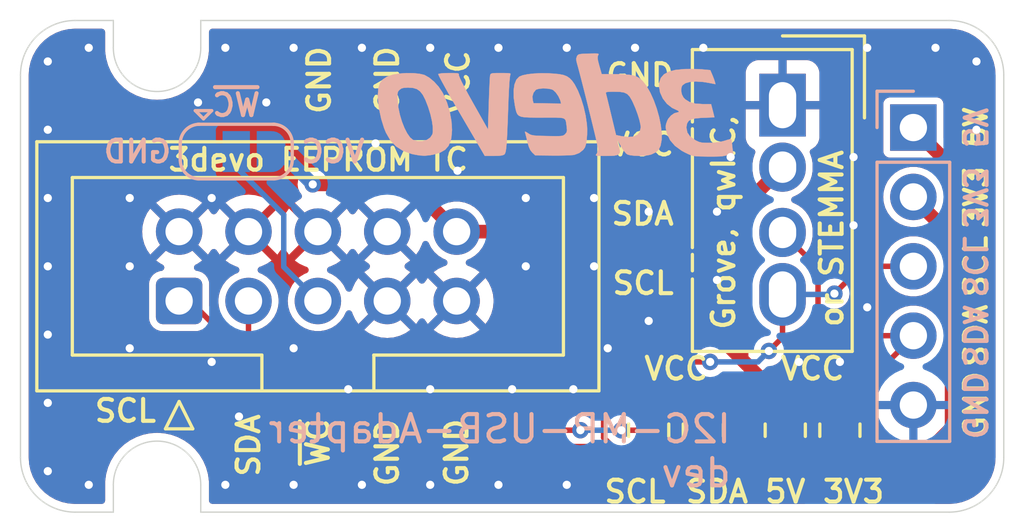
<source format=kicad_pcb>
(kicad_pcb (version 20240108) (generator "pcbnew") (generator_version "8.0")
  (layers (0 "F.Cu" signal) (31 "B.Cu" signal) (34 "B.Paste" user) (35 "F.Paste" user) (36 "B.SilkS" user "B.Silkscreen") (37 "F.SilkS" user "F.Silkscreen") (38 "B.Mask" user) (39 "F.Mask" user) (44 "Edge.Cuts" user))
  (property "BOARD_REVISION" "dev")
  (property "COMPONENTS_DATE" "dev")
  (property "GIT_REVISION_INFO" "")
  (property "SHEETPATH" "N/A")
  (property "VARIANT" "")
  (net 0 "")
  (net 1 "/SCL")
  (net 2 "/SDA")
  (net 3 "/3V3")
  (net 4 "/5V")
  (net 5 "/GND")
  (net 6 "/VCC")
  (net 7 "/~{WC}")
  (footprint "Resistor_SMD:R_0805_2012Metric_Pad1.20x1.40mm_HandSolder" (layer "F.Cu") (at 162 106 90)
    (property "Reference" "R2" (hide yes))
    (property "Value" "10Ω")
    (fp_line (start -0.227064 -0.735) (end 0.227064 -0.735) (stroke (width 0.12)) (layer "F.SilkS"))
    (fp_line (start -0.227064 0.735) (end 0.227064 0.735) (stroke (width 0.12)) (layer "F.SilkS"))
    (pad "1" smd roundrect (at -1 0 90) (size 1.2 1.4) (layers "F.Cu" "F.Paste" "F.Mask") (roundrect_rratio 0.208333) (net 3 "/3V3"))
    (pad "2" smd roundrect (at 1 0 90) (size 1.2 1.4) (layers "F.Cu" "F.Paste" "F.Mask") (roundrect_rratio 0.208333) (net 6 "/VCC"))
  )
  (footprint "Resistor_SMD:R_0805_2012Metric_Pad1.20x1.40mm_HandSolder" (layer "F.Cu") (at 155 106 90)
    (property "Reference" "R3" (hide yes))
    (property "Value" "2k2")
    (fp_line (start -0.227064 -0.735) (end 0.227064 -0.735) (stroke (width 0.12)) (layer "F.SilkS"))
    (fp_line (start -0.227064 0.735) (end 0.227064 0.735) (stroke (width 0.12)) (layer "F.SilkS"))
    (pad "1" smd roundrect (at -1 0 90) (size 1.2 1.4) (layers "F.Cu" "F.Paste" "F.Mask") (roundrect_rratio 0.208333) (net 1 "/SCL"))
    (pad "2" smd roundrect (at 1 0 90) (size 1.2 1.4) (layers "F.Cu" "F.Paste" "F.Mask") (roundrect_rratio 0.208333) (net 6 "/VCC"))
  )
  (footprint "Resistor_SMD:R_0805_2012Metric_Pad1.20x1.40mm_HandSolder" (layer "F.Cu") (at 157 106 90)
    (property "Reference" "R4" (hide yes))
    (property "Value" "2k2")
    (fp_line (start -0.227064 -0.735) (end 0.227064 -0.735) (stroke (width 0.12)) (layer "F.SilkS"))
    (fp_line (start -0.227064 0.735) (end 0.227064 0.735) (stroke (width 0.12)) (layer "F.SilkS"))
    (pad "1" smd roundrect (at -1 0 90) (size 1.2 1.4) (layers "F.Cu" "F.Paste" "F.Mask") (roundrect_rratio 0.208333) (net 2 "/SDA"))
    (pad "2" smd roundrect (at 1 0 90) (size 1.2 1.4) (layers "F.Cu" "F.Paste" "F.Mask") (roundrect_rratio 0.208333) (net 6 "/VCC"))
  )
  (footprint "Footprints:NS-Tech_Grove_1x04_P2mm_P2.54mm_Vertical" (layer "F.Cu") (at 159.9 93.8)
    (property "Reference" "J3" (hide yes))
    (property "Value" "Grove")
    (fp_line (start -3.3 -1.735) (end -3.3 0.915) (stroke (width 0.12)) (layer "F.SilkS"))
    (fp_line (start -3.3 -1.735) (end 2.55 -1.735) (stroke (width 0.12)) (layer "F.SilkS"))
    (fp_line (start -3.3 1.165) (end -3.3 1.765) (stroke (width 0.12)) (layer "F.SilkS"))
    (fp_line (start -3.3 2.015) (end -3.3 5.515) (stroke (width 0.12)) (layer "F.SilkS"))
    (fp_line (start -3.3 5.765) (end -3.3 6.365) (stroke (width 0.12)) (layer "F.SilkS"))
    (fp_line (start -3.3 6.665) (end -3.3 9.315) (stroke (width 0.12)) (layer "F.SilkS"))
    (fp_line (start -3.3 9.315) (end 2.55 9.315) (stroke (width 0.12)) (layer "F.SilkS"))
    (fp_line (start 0 -2.235) (end 3 -2.235) (stroke (width 0.12)) (layer "F.SilkS"))
    (fp_line (start 2.55 -1.735) (end 2.55 9.315) (stroke (width 0.12)) (layer "F.SilkS"))
    (fp_line (start 3 -2.235) (end 3 0.765) (stroke (width 0.12)) (layer "F.SilkS"))
    (pad "1" thru_hole rect (at 0 0.3) (size 1.7 2.3) (drill oval 1 1.69) (layers "*.Cu" "*.Mask") (net 5 "/GND"))
    (pad "2" thru_hole oval (at 0 2.57) (size 1.7 1.8) (drill oval 1 1.15) (layers "*.Cu" "*.Mask") (net 6 "/VCC"))
    (pad "3" thru_hole oval (at 0 4.96) (size 1.7 1.8) (drill oval 1 1.15) (layers "*.Cu" "*.Mask") (net 2 "/SDA"))
    (pad "4" thru_hole oval (at 0 7.23) (size 1.7 2.3) (drill oval 1 1.69) (layers "*.Cu" "*.Mask") (net 1 "/SCL"))
  )
  (footprint "Connector_IDC:IDC-Header_2x05_P2.54mm_Vertical" (layer "F.Cu") (at 137.808 101.27 90)
    (property "Reference" "J2" (hide yes))
    (property "Value" "3devo TC")
    (fp_line (start 5.83 -5.21) (end 5.83 15.37) (stroke (width 0.12)) (layer "F.SilkS"))
    (fp_line (start -3.29 -5.21) (end 5.83 -5.21) (stroke (width 0.12)) (layer "F.SilkS"))
    (fp_line (start 4.52 -3.91) (end 4.52 14.07) (stroke (width 0.12)) (layer "F.SilkS"))
    (fp_line (start -1.98 -3.91) (end 4.52 -3.91) (stroke (width 0.12)) (layer "F.SilkS"))
    (fp_line (start -4.68 -0.5) (end -4.68 0.5) (stroke (width 0.12)) (layer "F.SilkS"))
    (fp_line (start -3.68 0) (end -4.68 -0.5) (stroke (width 0.12)) (layer "F.SilkS"))
    (fp_line (start -4.68 0.5) (end -3.68 0) (stroke (width 0.12)) (layer "F.SilkS"))
    (fp_line (start -1.98 3.03) (end -1.98 -3.91) (stroke (width 0.12)) (layer "F.SilkS"))
    (fp_line (start -3.29 3.03) (end -1.98 3.03) (stroke (width 0.12)) (layer "F.SilkS"))
    (fp_line (start -1.98 7.13) (end -1.98 7.13) (stroke (width 0.12)) (layer "F.SilkS"))
    (fp_line (start -1.98 7.13) (end -3.29 7.13) (stroke (width 0.12)) (layer "F.SilkS"))
    (fp_line (start 4.52 14.07) (end -1.98 14.07) (stroke (width 0.12)) (layer "F.SilkS"))
    (fp_line (start -1.98 14.07) (end -1.98 7.13) (stroke (width 0.12)) (layer "F.SilkS"))
    (fp_line (start 5.83 15.37) (end -3.29 15.37) (stroke (width 0.12)) (layer "F.SilkS"))
    (fp_line (start -3.29 15.37) (end -3.29 -5.21) (stroke (width 0.12)) (layer "F.SilkS"))
    (pad "1" thru_hole roundrect (at 0 0 90) (size 1.7 1.7) (drill 1) (layers "*.Cu" "*.Mask") (roundrect_rratio 0.147059) (net 1 "/SCL"))
    (pad "2" thru_hole circle (at 2.54 0 90) (size 1.7 1.7) (drill 1) (layers "*.Cu" "*.Mask") (net 5 "/GND"))
    (pad "3" thru_hole circle (at 0 2.54 90) (size 1.7 1.7) (drill 1) (layers "*.Cu" "*.Mask") (net 2 "/SDA"))
    (pad "4" thru_hole circle (at 2.54 2.54 90) (size 1.7 1.7) (drill 1) (layers "*.Cu" "*.Mask") (net 5 "/GND"))
    (pad "5" thru_hole circle (at 0 5.08 90) (size 1.7 1.7) (drill 1) (layers "*.Cu" "*.Mask") (net 7 "/~{WC}"))
    (pad "6" thru_hole circle (at 2.54 5.08 90) (size 1.7 1.7) (drill 1) (layers "*.Cu" "*.Mask") (net 5 "/GND"))
    (pad "7" thru_hole circle (at 0 7.62 90) (size 1.7 1.7) (drill 1) (layers "*.Cu" "*.Mask") (net 5 "/GND"))
    (pad "8" thru_hole circle (at 2.54 7.62 90) (size 1.7 1.7) (drill 1) (layers "*.Cu" "*.Mask") (net 5 "/GND"))
    (pad "9" thru_hole circle (at 0 10.16 90) (size 1.7 1.7) (drill 1) (layers "*.Cu" "*.Mask") (net 5 "/GND"))
    (pad "10" thru_hole circle (at 2.54 10.16 90) (size 1.7 1.7) (drill 1) (layers "*.Cu" "*.Mask") (net 6 "/VCC"))
  )
  (footprint "Resistor_SMD:R_0805_2012Metric_Pad1.20x1.40mm_HandSolder" (layer "F.Cu") (at 160 106 90)
    (property "Reference" "R1" (hide yes))
    (property "Value" "10Ω")
    (fp_line (start -0.227064 -0.735) (end 0.227064 -0.735) (stroke (width 0.12)) (layer "F.SilkS"))
    (fp_line (start -0.227064 0.735) (end 0.227064 0.735) (stroke (width 0.12)) (layer "F.SilkS"))
    (pad "1" smd roundrect (at -1 0 90) (size 1.2 1.4) (layers "F.Cu" "F.Paste" "F.Mask") (roundrect_rratio 0.208333) (net 4 "/5V"))
    (pad "2" smd roundrect (at 1 0 90) (size 1.2 1.4) (layers "F.Cu" "F.Paste" "F.Mask") (roundrect_rratio 0.208333) (net 6 "/VCC"))
  )
  (footprint "Jumper:SolderJumper-3_P1.3mm_Bridged12_RoundedPad1.0x1.5mm" (layer "B.Cu") (at 139.9 95.8)
    (property "Reference" "JP4" (hide yes))
    (property "Value" "SolderJumper_3_Bridged12" (hide yes))
    (fp_poly (pts (xy -0.9 0.3) (xy -0.4 0.3) (xy -0.4 -0.3) (xy -0.9 -0.3)) (fill solid) (layer "B.Cu"))
    (fp_line (start -2.05 0.3) (end -2.05 -0.3) (stroke (width 0.12)) (layer "B.SilkS"))
    (fp_line (start -1.5 -1.5) (end -1.2 -1.2) (stroke (width 0.12)) (layer "B.SilkS"))
    (fp_line (start -1.4 -1) (end 1.4 -1) (stroke (width 0.12)) (layer "B.SilkS"))
    (fp_line (start -0.9 -1.5) (end -1.5 -1.5) (stroke (width 0.12)) (layer "B.SilkS"))
    (fp_line (start -0.9 -1.5) (end -1.2 -1.2) (stroke (width 0.12)) (layer "B.SilkS"))
    (fp_line (start 1.4 1) (end -1.4 1) (stroke (width 0.12)) (layer "B.SilkS"))
    (fp_line (start 2.05 -0.3) (end 2.05 0.3) (stroke (width 0.12)) (layer "B.SilkS"))
    (fp_arc (start -2.05 -0.3) (mid -1.844975 -0.794975) (end -1.35 -1) (stroke (width 0.12)) (layer "B.SilkS"))
    (fp_arc (start -1.35 1) (mid -1.844975 0.794975) (end -2.05 0.3) (stroke (width 0.12)) (layer "B.SilkS"))
    (fp_arc (start 1.35 -1) (mid 1.844975 -0.794975) (end 2.05 -0.3) (stroke (width 0.12)) (layer "B.SilkS"))
    (fp_arc (start 2.05 0.3) (mid 1.844975 0.794975) (end 1.35 1) (stroke (width 0.12)) (layer "B.SilkS"))
    (pad "1" smd custom (at -1.3 0) (size 1 0.5) (layers "B.Cu" "B.Mask") (net 5 "/GND") (options (clearance outline) (anchor rect)) (primitives (gr_circle (center 0 -0.25) (end 0.5 -0.25) (width 0) (fill yes)) (gr_circle (center 0 0.25) (end 0.5 0.25) (width 0) (fill yes)) (gr_poly (pts (xy 0.55 -0.75) (xy 0 -0.75) (xy 0 0.75) (xy 0.55 0.75)) (width 0) (fill yes))))
    (pad "2" smd rect (at 0 0) (size 1 1.5) (layers "B.Cu" "B.Mask") (net 7 "/~{WC}"))
    (pad "3" smd custom (at 1.3 0) (size 1 0.5) (layers "B.Cu" "B.Mask") (net 6 "/VCC") (options (clearance outline) (anchor rect)) (primitives (gr_circle (center 0 -0.25) (end 0.5 -0.25) (width 0) (fill yes)) (gr_circle (center 0 0.25) (end 0.5 0.25) (width 0) (fill yes)) (gr_poly (pts (xy 0 -0.75) (xy -0.55 -0.75) (xy -0.55 0.75) (xy 0 0.75)) (width 0) (fill yes))))
  )
  (footprint "Connector_PinSocket_2.54mm:PinSocket_1x05_P2.54mm_Vertical" (layer "B.Cu") (at 164.69 94.92 180)
    (property "Reference" "J1" (hide yes))
    (property "Value" "i2c-mp-usb")
    (fp_line (start 1.33 1.33) (end 0 1.33) (stroke (width 0.12)) (layer "B.SilkS"))
    (fp_line (start 1.33 0) (end 1.33 1.33) (stroke (width 0.12)) (layer "B.SilkS"))
    (fp_line (start 1.33 -1.27) (end -1.33 -1.27) (stroke (width 0.12)) (layer "B.SilkS"))
    (fp_line (start 1.33 -11.49) (end 1.33 -1.27) (stroke (width 0.12)) (layer "B.SilkS"))
    (fp_line (start 1.33 -11.49) (end -1.33 -11.49) (stroke (width 0.12)) (layer "B.SilkS"))
    (fp_line (start -1.33 -11.49) (end -1.33 -1.27) (stroke (width 0.12)) (layer "B.SilkS"))
    (pad "1" thru_hole rect (at 0 0 180) (size 1.7 1.7) (drill 1) (layers "*.Cu" "*.Mask") (net 4 "/5V"))
    (pad "2" thru_hole oval (at 0 -2.54 180) (size 1.7 1.7) (drill 1) (layers "*.Cu" "*.Mask") (net 3 "/3V3"))
    (pad "3" thru_hole oval (at 0 -5.08 180) (size 1.7 1.7) (drill 1) (layers "*.Cu" "*.Mask") (net 1 "/SCL"))
    (pad "4" thru_hole oval (at 0 -7.62 180) (size 1.7 1.7) (drill 1) (layers "*.Cu" "*.Mask") (net 2 "/SDA"))
    (pad "5" thru_hole oval (at 0 -10.16 180) (size 1.7 1.7) (drill 1) (layers "*.Cu" "*.Mask") (net 5 "/GND"))
  )
  (footprint "Footprints:logo_3devo_13mm" (layer "B.Cu") (at 151.6 94.1 180)
    (property "Reference" "G***" (hide yes))
    (property "Value" "LOGO" (hide yes))
    (fp_poly (pts (xy 4.077455 1.171395) (xy 4.210063 1.160888) (xy 4.289035 1.145167) (xy 4.303612 1.136057) (xy 4.29005 1.096261) (xy 4.241596 0.997936) (xy 4.161973 0.847804) (xy 4.054902 0.652588) (xy 3.924104 0.419011) (xy 3.7733 0.153796) (xy 3.606213 -0.136334) (xy 3.464196 -0.380361) (xy 2.600574 -1.857612) (xy 2.269712 -1.857612) (xy 2.086335 -1.853188) (xy 1.965929 -1.838714) (xy 1.896093 -1.812387) (xy 1.882564 -1.801328) (xy 1.862312 -1.773204) (xy 1.844816 -1.727975) (xy 1.829542 -1.658929) (xy 1.815956 -1.559355) (xy 1.803521 -1.422542) (xy 1.791704 -1.241777) (xy 1.779969 -1.01035) (xy 1.767782 -0.721548) (xy 1.754609 -0.36866) (xy 1.743838 -0.060171) (xy 1.730307 0.294932) (xy 1.716099 0.592234) (xy 1.70148 0.827849) (xy 1.686715 0.99789) (xy 1.67207 1.098471) (xy 1.662937 1.124531) (xy 1.655654 1.147782) (xy 1.68711 1.162871) (xy 1.767896 1.171374) (xy 1.908609 1.174865) (xy 2.00389 1.175224) (xy 2.177555 1.17431) (xy 2.289847 1.169526) (xy 2.355212 1.157803) (xy 2.388093 1.136075) (xy 2.402934 1.101273) (xy 2.405572 1.089925) (xy 2.41187 1.029454) (xy 2.419703 0.904593) (xy 2.42854 0.726745) (xy 2.43785 0.507313) (xy 2.4471 0.2577) (xy 2.453682 0.057446) (xy 2.483134 -0.889734) (xy 3.026189 0.073006) (xy 3.192218 0.370881) (xy 3.32955 0.624662) (xy 3.435918 0.829884) (xy 3.509051 0.982083) (xy 3.54668 1.076794) (xy 3.551007 1.105485) (xy 3.548483 1.137406) (xy 3.569743 1.157785) (xy 3.627797 1.169178) (xy 3.735655 1.174139) (xy 3.906088 1.175224) (xy 4.077455 1.171395)) (stroke (width 0.01)) (fill solid) (layer "B.SilkS"))
    (fp_poly (pts (xy 5.722109 1.156388) (xy 5.942333 1.120927) (xy 5.973847 1.113431) (xy 6.180744 1.042258) (xy 6.33342 0.941468) (xy 6.436788 0.802577) (xy 6.495757 0.617103) (xy 6.51524 0.376563) (xy 6.509188 0.188758) (xy 6.468478 -0.150176) (xy 6.392479 -0.502472) (xy 6.289428 -0.834136) (xy 6.219852 -1.005104) (xy 6.058134 -1.28515) (xy 5.852076 -1.505719) (xy 5.597417 -1.670154) (xy 5.289899 -1.781795) (xy 5.204361 -1.801827) (xy 4.985372 -1.840316) (xy 4.800959 -1.850734) (xy 4.615352 -1.833295) (xy 4.472718 -1.806177) (xy 4.231193 -1.734277) (xy 4.052982 -1.631778) (xy 3.928777 -1.489882) (xy 3.849275 -1.299795) (xy 3.825231 -1.194179) (xy 3.806538 -0.972444) (xy 4.501304 -0.972444) (xy 4.51908 -1.067391) (xy 4.598362 -1.18823) (xy 4.72826 -1.274711) (xy 4.889259 -1.321296) (xy 5.061842 -1.322445) (xy 5.226494 -1.272616) (xy 5.23205 -1.269789) (xy 5.33688 -1.181354) (xy 5.442666 -1.031401) (xy 5.543842 -0.833951) (xy 5.634839 -0.603028) (xy 5.710089 -0.352651) (xy 5.764026 -0.096844) (xy 5.790324 0.136167) (xy 5.798395 0.301081) (xy 5.797866 0.408593) (xy 5.78583 0.476906) (xy 5.759378 0.524224) (xy 5.722181 0.562659) (xy 5.651476 0.611898) (xy 5.558734 0.636928) (xy 5.418441 0.644311) (xy 5.404568 0.644336) (xy 5.23007 0.632126) (xy 5.088843 0.589867) (xy 4.971964 0.508754) (xy 4.870505 0.379982) (xy 4.775543 0.194746) (xy 4.678151 -0.055758) (xy 4.669217 -0.081076) (xy 4.590233 -0.336407) (xy 4.534369 -0.58026) (xy 4.503951 -0.797363) (xy 4.501304 -0.972444) (xy 3.806538 -0.972444) (xy 3.8011 -0.907939) (xy 3.82216 -0.584851) (xy 3.884298 -0.24567) (xy 3.9834 0.08885) (xy 4.115353 0.397955) (xy 4.155809 0.47388) (xy 4.290993 0.674637) (xy 4.456369 0.857572) (xy 4.634046 1.005792) (xy 4.806134 1.102399) (xy 4.83118 1.111675) (xy 5.005736 1.15076) (xy 5.22897 1.171266) (xy 5.476041 1.173155) (xy 5.722109 1.156388)) (stroke (width 0.01)) (fill solid) (layer "B.SilkS"))
    (fp_poly (pts (xy -4.763065 1.321966) (xy -4.683237 1.319158) (xy -4.375739 1.288373) (xy -4.1349 1.225179) (xy -3.957986 1.12772) (xy -3.842264 0.994138) (xy -3.784998 0.822579) (xy -3.777503 0.704183) (xy -3.81614 0.467678) (xy -3.917245 0.243541) (xy -4.068892 0.048711) (xy -4.259152 -0.099872) (xy -4.385508 -0.159282) (xy -4.475408 -0.201918) (xy -4.509985 -0.239641) (xy -4.483266 -0.262543) (xy -4.449475 -0.265373) (xy -4.336695 -0.297203) (xy -4.219053 -0.379628) (xy -4.120356 -0.49305) (xy -4.079198 -0.570152) (xy -4.036919 -0.69028) (xy -4.022365 -0.78994) (xy -4.035281 -0.899617) (xy -4.075197 -1.049075) (xy -4.183263 -1.280974) (xy -4.36088 -1.487747) (xy -4.605028 -1.666231) (xy -4.727331 -1.732317) (xy -4.849073 -1.791143) (xy -4.946299 -1.831165) (xy -5.039046 -1.856283) (xy -5.14735 -1.870395) (xy -5.291248 -1.877401) (xy -5.490775 -1.881199) (xy -5.492541 -1.881225) (xy -5.686436 -1.882602) (xy -5.862396 -1.881099) (xy -6.001244 -1.877056) (xy -6.083805 -1.870815) (xy -6.084627 -1.87069) (xy -6.200556 -1.848587) (xy -6.331161 -1.818324) (xy -6.343303 -1.815195) (xy -6.488247 -1.777371) (xy -6.461846 -1.523686) (xy -6.446656 -1.392039) (xy -6.432391 -1.292455) (xy -6.422312 -1.247061) (xy -6.382772 -1.24656) (xy -6.292999 -1.268218) (xy -6.190038 -1.30135) (xy -5.995468 -1.352446) (xy -5.765936 -1.377375) (xy -5.629701 -1.381156) (xy -5.457773 -1.379955) (xy -5.336527 -1.369961) (xy -5.240921 -1.346244) (xy -5.145915 -1.303874) (xy -5.093333 -1.275551) (xy -4.91894 -1.150066) (xy -4.815808 -1.004377) (xy -4.780973 -0.833759) (xy -4.78305 -0.780931) (xy -4.806434 -0.664507) (xy -4.860475 -0.579969) (xy -4.955349 -0.522096) (xy -5.10123 -0.485668) (xy -5.308293 -0.465464) (xy -5.406817 -0.460892) (xy -5.806304 -0.446104) (xy -5.782246 -0.346261) (xy -5.755927 -0.240388) (xy -5.723966 -0.115914) (xy -5.720916 -0.104254) (xy -5.683645 0.03791) (xy -5.372345 0.038743) (xy -5.103814 0.057826) (xy -4.894326 0.115307) (xy -4.736 0.213943) (xy -4.669483 0.284678) (xy -4.610329 0.402725) (xy -4.587661 0.541105) (xy -4.603977 0.668185) (xy -4.634552 0.727161) (xy -4.741648 0.804592) (xy -4.908754 0.851661) (xy -5.125996 0.867414) (xy -5.3835 0.850894) (xy -5.585062 0.819106) (xy -5.843705 0.769059) (xy -5.822162 0.854892) (xy -5.794267 0.941427) (xy -5.749004 1.059689) (xy -5.727486 1.111339) (xy -5.654353 1.281952) (xy -5.363447 1.309212) (xy -5.190682 1.319613) (xy -4.978489 1.324041) (xy -4.763065 1.321966)) (stroke (width 0.01)) (fill solid) (layer "B.SilkS"))
    (fp_poly (pts (xy 0.798814 1.157858) (xy 1.031618 1.132277) (xy 1.216271 1.093552) (xy 1.339502 1.043158) (xy 1.342413 1.041284) (xy 1.445083 0.930374) (xy 1.513241 0.76008) (xy 1.545557 0.539194) (xy 1.540698 0.276508) (xy 1.500535 -0.003268) (xy 1.472719 -0.142926) (xy 1.445141 -0.250386) (xy 1.408225 -0.32986) (xy 1.352393 -0.385561) (xy 1.268069 -0.421702) (xy 1.145674 -0.442496) (xy 0.975632 -0.452157) (xy 0.748365 -0.454896) (xy 0.473791 -0.454926) (xy 0.203519 -0.454109) (xy -0.000727 -0.454238) (xy -0.148687 -0.459185) (xy -0.250098 -0.47282) (xy -0.314701 -0.499014) (xy -0.352233 -0.541638) (xy -0.372435 -0.604562) (xy -0.385044 -0.691657) (xy -0.399082 -0.801854) (xy -0.409592 -0.919132) (xy -0.393698 -0.994198) (xy -0.344585 -1.058091) (xy -0.342307 -1.06038) (xy -0.306887 -1.091829) (xy -0.265438 -1.113666) (xy -0.205037 -1.127266) (xy -0.112756 -1.134008) (xy 0.02433 -1.13527) (xy 0.219147 -1.132428) (xy 0.315392 -1.130466) (xy 0.538276 -1.125054) (xy 0.699355 -1.118302) (xy 0.812637 -1.108128) (xy 0.892135 -1.092448) (xy 0.951859 -1.069178) (xy 1.005819 -1.036236) (xy 1.021049 -1.025534) (xy 1.100428 -0.976444) (xy 1.132426 -0.974583) (xy 1.130463 -0.987624) (xy 1.112291 -1.049157) (xy 1.082948 -1.162377) (xy 1.048153 -1.305055) (xy 1.040904 -1.33576) (xy 0.991085 -1.515801) (xy 0.936361 -1.640182) (xy 0.867758 -1.728954) (xy 0.862761 -1.73382) (xy 0.753439 -1.838657) (xy 0.120824 -1.845187) (xy -0.104645 -1.845368) (xy -0.316303 -1.841625) (xy -0.496958 -1.834549) (xy -0.629415 -1.824731) (xy -0.678935 -1.817703) (xy -0.856839 -1.750263) (xy -1.002069 -1.63531) (xy -1.064703 -1.547848) (xy -1.101172 -1.438499) (xy -1.128225 -1.275327) (xy -1.144044 -1.079951) (xy -1.14681 -0.873987) (xy -1.136448 -0.695593) (xy -1.089911 -0.379451) (xy -1.016308 -0.059156) (xy -0.980494 0.056865) (xy -0.193026 0.056865) (xy 0.311024 0.063865) (xy 0.815075 0.070865) (xy 0.84863 0.185812) (xy 0.857462 0.321006) (xy 0.817518 0.454068) (xy 0.739605 0.554636) (xy 0.710508 0.573896) (xy 0.608235 0.602869) (xy 0.464618 0.613843) (xy 0.309904 0.607731) (xy 0.174339 0.585446) (xy 0.098196 0.555428) (xy -0.000741 0.461941) (xy -0.094039 0.327216) (xy -0.159932 0.184101) (xy -0.169379 0.151641) (xy -0.193026 0.056865) (xy -0.980494 0.056865) (xy -0.921373 0.248388) (xy -0.81084 0.526274) (xy -0.690443 0.757594) (xy -0.599568 0.887401) (xy -0.508294 0.983693) (xy -0.407644 1.053876) (xy -0.283023 1.102742) (xy -0.119837 1.135082) (xy 0.096506 1.155688) (xy 0.241844 1.163683) (xy 0.531132 1.168819) (xy 0.798814 1.157858)) (stroke (width 0.01)) (fill solid) (layer "B.SilkS"))
    (fp_poly (pts (xy -1.277525 1.889324) (xy -1.205844 1.887383) (xy -1.029766 1.881394) (xy -0.914176 1.87281) (xy -0.843744 1.858059) (xy -0.803143 1.833568) (xy -0.777046 1.795766) (xy -0.77223 1.786318) (xy -0.748075 1.706577) (xy -0.755906 1.607837) (xy -0.77796 1.520945) (xy -0.81667 1.381809) (xy -0.867339 1.19172) (xy -0.927619 0.960157) (xy -0.995166 0.6966) (xy -1.067633 0.410527) (xy -1.142675 0.111417) (xy -1.217946 -0.19125) (xy -1.291099 -0.487995) (xy -1.359789 -0.76934) (xy -1.42167 -1.025805) (xy -1.474396 -1.247911) (xy -1.515621 -1.42618) (xy -1.542999 -1.551131) (xy -1.554185 -1.613287) (xy -1.554328 -1.616141) (xy -1.53138 -1.720836) (xy -1.491587 -1.788284) (xy -1.467538 -1.81898) (xy -1.469518 -1.838955) (xy -1.508745 -1.850506) (xy -1.596439 -1.855932) (xy -1.743817 -1.85753) (xy -1.830073 -1.857612) (xy -2.023242 -1.855033) (xy -2.154523 -1.846106) (xy -2.237713 -1.829048) (xy -2.286608 -1.802075) (xy -2.290874 -1.798039) (xy -2.329687 -1.755404) (xy -2.345538 -1.7136) (xy -2.338724 -1.650598) (xy -2.309546 -1.544367) (xy -2.294972 -1.495779) (xy -2.265873 -1.388306) (xy -2.252162 -1.315167) (xy -2.253415 -1.297531) (xy -2.276527 -1.321143) (xy -2.324244 -1.396368) (xy -2.386569 -1.507351) (xy -2.391286 -1.516173) (xy -2.480759 -1.660845) (xy -2.570369 -1.765833) (xy -2.620513 -1.803173) (xy -2.724444 -1.833295) (xy -2.879061 -1.850685) (xy -3.060307 -1.855355) (xy -3.244126 -1.84732) (xy -3.406462 -1.826592) (xy -3.499748 -1.802687) (xy -3.664926 -1.722706) (xy -3.772793 -1.614036) (xy -3.833108 -1.484879) (xy -3.872818 -1.275683) (xy -3.874513 -1.021604) (xy -3.85084 -0.810633) (xy -3.108657 -0.810633) (xy -3.078698 -0.970957) (xy -2.990441 -1.084782) (xy -2.846309 -1.15101) (xy -2.648729 -1.168542) (xy -2.400126 -1.136281) (xy -2.392752 -1.134715) (xy -2.203862 -1.094205) (xy -2.029239 -0.367028) (xy -1.974307 -0.139112) (xy -1.924388 0.066435) (xy -1.882552 0.237104) (xy -1.851865 0.360387) (xy -1.835397 0.423773) (xy -1.834603 0.426492) (xy -1.832122 0.458581) (xy -1.85736 0.478321) (xy -1.923835 0.488636) (xy -2.045064 0.492449) (xy -2.141268 0.492835) (xy -2.350807 0.486837) (xy -2.50245 0.462184) (xy -2.613623 0.408887) (xy -2.701754 0.316958) (xy -2.78427 0.176409) (xy -2.819799 0.103938) (xy -2.914052 -0.111674) (xy -2.996042 -0.332486) (xy -3.059689 -0.539252) (xy -3.098916 -0.712728) (xy -3.108657 -0.810633) (xy -3.85084 -0.810633) (xy -3.842482 -0.736154) (xy -3.781018 -0.432847) (xy -3.69441 -0.125193) (xy -3.586949 0.173294) (xy -3.462926 0.449101) (xy -3.326631 0.688718) (xy -3.182356 0.87863) (xy -3.044366 0.999065) (xy -2.949111 1.048716) (xy -2.83123 1.085456) (xy -2.679024 1.110916) (xy -2.480794 1.126725) (xy -2.224839 1.134514) (xy -2.061909 1.135947) (xy -1.678595 1.137313) (xy -1.591033 1.444833) (xy -1.548215 1.60592) (xy -1.528944 1.712725) (xy -1.531328 1.782388) (xy -1.549012 1.825276) (xy -1.565795 1.857894) (xy -1.558994 1.878444) (xy -1.516653 1.88909) (xy -1.426816 1.891995) (xy -1.277525 1.889324)) (stroke (width 0.01)) (fill solid) (layer "B.SilkS"))
  )
  (gr_line (start 138.6 109) (end 138.6 108) (stroke (width 0.05)) (layer "Edge.Cuts"))
  (gr_line (start 138.6 91) (end 138.6 92) (stroke (width 0.05)) (layer "Edge.Cuts"))
  (gr_arc (start 135.4 108) (mid 137 106.4) (end 138.6 108) (stroke (width 0.05)) (layer "Edge.Cuts"))
  (gr_arc (start 134 109) (mid 132.585786 108.414214) (end 132 107) (stroke (width 0.05)) (layer "Edge.Cuts"))
  (gr_arc (start 168 107) (mid 167.414214 108.414214) (end 166 109) (stroke (width 0.05)) (layer "Edge.Cuts"))
  (gr_line (start 135.4 109) (end 134 109) (stroke (width 0.05)) (layer "Edge.Cuts"))
  (gr_line (start 135.4 109) (end 135.4 108) (stroke (width 0.05)) (layer "Edge.Cuts"))
  (gr_line (start 135.4 91) (end 135.4 92) (stroke (width 0.05)) (layer "Edge.Cuts"))
  (gr_line (start 166 109) (end 138.6 109) (stroke (width 0.05)) (layer "Edge.Cuts"))
  (gr_line (start 168 93) (end 168 107) (stroke (width 0.05)) (layer "Edge.Cuts"))
  (gr_line (start 166 91) (end 138.6 91) (stroke (width 0.05)) (layer "Edge.Cuts"))
  (gr_arc (start 166 91) (mid 167.414214 91.585786) (end 168 93) (stroke (width 0.05)) (layer "Edge.Cuts"))
  (gr_line (start 135.4 91) (end 134 91) (stroke (width 0.05)) (layer "Edge.Cuts"))
  (gr_arc (start 138.6 92) (mid 137 93.6) (end 135.4 92) (stroke (width 0.05)) (layer "Edge.Cuts"))
  (gr_line (start 132 107) (end 132 93) (stroke (width 0.05)) (layer "Edge.Cuts"))
  (gr_arc (start 132 93) (mid 132.585786 91.585786) (end 134 91) (stroke (width 0.05)) (layer "Edge.Cuts"))
  (gr_text "SCL" (at 167.4 100.02 -90) (layer "B.SilkS") (effects (font (size 0.8 0.8)) (justify top mirror)))
  (gr_text "GND" (at 167.4 105.1 -90) (layer "B.SilkS") (effects (font (size 0.8 0.8)) (justify top mirror)))
  (gr_text "I2C-MP-USB-Adapter\n${BOARD_REVISION}" (at 158.093247 108.15 0) (layer "B.SilkS") (effects (font (size 1 1)) (justify left bottom mirror)))
  (gr_text "VCC" (at 142.2 95.8 0) (layer "B.SilkS") (effects (font (size 0.8 0.8)) (justify right mirror)))
  (gr_text "5V" (at 167.4 94.94 -90) (layer "B.SilkS") (effects (font (size 0.8 0.8)) (justify top mirror)))
  (gr_text "3V3" (at 167.4 97.48 -90) (layer "B.SilkS") (effects (font (size 0.8 0.8)) (justify top mirror)))
  (gr_text "SDA" (at 167.4 102.56 -90) (layer "B.SilkS") (effects (font (size 0.8 0.8)) (justify top mirror)))
  (gr_text "GND" (at 137.6 95.8 0) (layer "B.SilkS") (effects (font (size 0.8 0.8)) (justify left mirror)))
  (gr_text "~{WC}" (at 139.9 94.1 -0) (layer "B.SilkS") (effects (font (size 0.8 0.8)) (justify mirror)))
  (gr_text "~{WC}" (at 142.888 105.5 90) (layer "F.SilkS") (effects (font (size 0.8 0.8)) (justify right)))
  (gr_text "VCC" (at 161 103.75 0) (layer "F.SilkS") (effects (font (size 0.8 0.8))))
  (gr_text "GND" (at 147.968 105.5 90) (layer "F.SilkS") (effects (font (size 0.8 0.8)) (justify right)))
  (gr_text "3V3" (at 162.5 108.25 0) (layer "F.SilkS") (effects (font (size 0.8 0.8))))
  (gr_text "3devo EEPROM TC" (at 142.9 96.1 0) (layer "F.SilkS") (effects (font (size 0.8 0.8))))
  (gr_text "GND" (at 142.935852 94.5 90) (layer "F.SilkS") (effects (font (size 0.8 0.8)) (justify left)))
  (gr_text "GND" (at 145.428 94.5 90) (layer "F.SilkS") (effects (font (size 0.8 0.8)) (justify left)))
  (gr_text "GND" (at 156 93 0) (layer "F.SilkS") (effects (font (size 0.8 0.8)) (justify right)))
  (gr_text "SCL" (at 156 100.62 0) (layer "F.SilkS") (effects (font (size 0.8 0.8)) (justify right)))
  (gr_text "VCC" (at 148.015852 94.5 90) (layer "F.SilkS") (effects (font (size 0.8 0.8)) (justify left)))
  (gr_text "SCL" (at 154.5 108.25 0) (layer "F.SilkS") (effects (font (size 0.8 0.8))))
  (gr_text "GND" (at 166.51 105.08 90) (layer "F.SilkS") (effects (font (size 0.8 0.8)) (justify top)))
  (gr_text "or STEMMA" (at 161.7 102.3 90) (layer "F.SilkS") (effects (font (size 0.8 0.8)) (justify left)))
  (gr_text "5V" (at 166.51 94.92 90) (layer "F.SilkS") (effects (font (size 0.8 0.8)) (justify top)))
  (gr_text "VCC" (at 156 95.54 0) (layer "F.SilkS") (effects (font (size 0.8 0.8)) (justify right)))
  (gr_text "SCL" (at 166.51 100 90) (layer "F.SilkS") (effects (font (size 0.8 0.8)) (justify top)))
  (gr_text "SDA" (at 156 98.08 0) (layer "F.SilkS") (effects (font (size 0.8 0.8)) (justify right)))
  (gr_text "SDA" (at 157.5 108.25 0) (layer "F.SilkS") (effects (font (size 0.8 0.8))))
  (gr_text "5V" (at 160 108.25 0) (layer "F.SilkS") (effects (font (size 0.8 0.8))))
  (gr_text "SDA" (at 140.348 105.334 90) (layer "F.SilkS") (effects (font (size 0.8 0.8)) (justify right)))
  (gr_text "Grove, qwIIC," (at 157.74 102.3975 90) (layer "F.SilkS") (effects (font (size 0.8 0.8)) (justify left)))
  (gr_text "SCL" (at 137.046 104.826 0) (layer "F.SilkS") (effects (font (size 0.8 0.8)) (justify right top)))
  (gr_text "3V3" (at 166.51 97.46 90) (layer "F.SilkS") (effects (font (size 0.8 0.8)) (justify top)))
  (gr_text "SDA" (at 166.51 102.54 90) (layer "F.SilkS") (effects (font (size 0.8 0.8)) (justify top)))
  (gr_text "VCC" (at 156 103.75 0) (layer "F.SilkS") (effects (font (size 0.8 0.8))))
  (gr_text "GND" (at 145.428 105.5 90) (layer "F.SilkS") (effects (font (size 0.8 0.8)) (justify right)))
  (segment (start 155 107) (end 154.5 107.5) (width 0.2) (layer "F.Cu") (net 1))
  (segment (start 154.077708 107) (end 155 107) (width 0.2) (layer "F.Cu") (net 1))
  (segment (start 138.204314 101.27) (end 137.808 101.27) (width 0.2) (layer "F.Cu") (net 1))
  (segment (start 155 107) (end 154.7 106.7) (width 0.2) (layer "F.Cu") (net 1))
  (segment (start 153.677708 106.6) (end 143.534314 106.6) (width 0.2) (layer "F.Cu") (net 1))
  (segment (start 153.348655 106.270947) (end 154.077708 107) (width 0.2) (layer "F.Cu") (net 1))
  (segment (start 154.077708 107) (end 153.677708 106.6) (width 0.2) (layer "F.Cu") (net 1))
  (segment (start 159.9 102.6) (end 159.9 101.03) (width 0.2) (layer "F.Cu") (net 1))
  (segment (start 143.317157 106.382843) (end 138.204314 101.27) (width 0.2) (layer "F.Cu") (net 1))
  (segment (start 161.8 101) (end 162.8 100) (width 0.2) (layer "F.Cu") (net 1))
  (segment (start 162.8 100) (end 164.69 100) (width 0.2) (layer "F.Cu") (net 1))
  (segment (start 153.348655 104.710655) (end 153.348655 106.270947) (width 0.2) (layer "F.Cu") (net 1))
  (segment (start 143.534314 106.6) (end 143.317157 106.382843) (width 0.2) (layer "F.Cu") (net 1))
  (segment (start 157.25 103.5) (end 154.55931 103.5) (width 0.2) (layer "F.Cu") (net 1))
  (segment (start 154.55931 103.5) (end 153.348655 104.710655) (width 0.2) (layer "F.Cu") (net 1))
  (segment (start 159.9 102.6) (end 159.4 103.1) (width 0.2) (layer "F.Cu") (net 1))
  (via (at 159.4 103.1) (size 0.6) (drill 0.3) (layers "F.Cu" "B.Cu") (net 1))
  (via (at 161.8 101) (size 0.6) (drill 0.3) (layers "F.Cu" "B.Cu") (net 1))
  (via (at 157.25 103.5) (size 0.6) (drill 0.3) (layers "F.Cu" "B.Cu") (net 1))
  (segment (start 159.9 101.03) (end 161.77 101.03) (width 0.2) (layer "B.Cu") (net 1))
  (segment (start 161.77 101.03) (end 161.8 101) (width 0.2) (layer "B.Cu") (net 1))
  (segment (start 159 103.5) (end 159.4 103.1) (width 0.2) (layer "B.Cu") (net 1))
  (segment (start 157.25 103.5) (end 159 103.5) (width 0.2) (layer "B.Cu") (net 1))
  (segment (start 164.69 102.57) (end 163.1 104.16) (width 0.2) (layer "F.Cu") (net 2))
  (segment (start 162.726166 106) (end 159 106) (width 0.2) (layer "F.Cu") (net 2))
  (segment (start 152.5 106) (end 143.5 106) (width 0.2) (layer "F.Cu") (net 2))
  (segment (start 163.1 105.626166) (end 162.726166 106) (width 0.2) (layer "F.Cu") (net 2))
  (segment (start 143.5 106) (end 140.348 102.848) (width 0.2) (layer "F.Cu") (net 2))
  (segment (start 162.04 102.54) (end 164.69 102.54) (width 0.2) (layer "F.Cu") (net 2))
  (segment (start 161.2 100.06) (end 161.2 101.7) (width 0.2) (layer "F.Cu") (net 2))
  (segment (start 159.9 98.76) (end 161.2 100.06) (width 0.2) (layer "F.Cu") (net 2))
  (segment (start 158 107) (end 157 107) (width 0.2) (layer "F.Cu") (net 2))
  (segment (start 157 107) (end 156.001708 106.001708) (width 0.2) (layer "F.Cu") (net 2))
  (segment (start 163.1 104.16) (end 163.1 105.626166) (width 0.2) (layer "F.Cu") (net 2))
  (segment (start 159 106) (end 158 107) (width 0.2) (layer "F.Cu") (net 2))
  (segment (start 156.001708 106.001708) (end 153.998655 106.001708) (width 0.2) (layer "F.Cu") (net 2))
  (segment (start 161.2 101.7) (end 162.04 102.54) (width 0.2) (layer "F.Cu") (net 2))
  (segment (start 140.348 102.848) (end 140.348 101.27) (width 0.2) (layer "F.Cu") (net 2))
  (via (at 153.998655 106.001708) (size 0.6) (drill 0.3) (layers "F.Cu" "B.Cu") (net 2))
  (via (at 152.5 106) (size 0.6) (drill 0.3) (layers "F.Cu" "B.Cu") (net 2))
  (segment (start 164.69 102.57) (end 164.3675 102.57) (width 0.2) (layer "B.Cu") (net 2))
  (segment (start 152.501708 106.001708) (end 152.5 106) (width 0.2) (layer "B.Cu") (net 2))
  (segment (start 153.998655 106.001708) (end 152.501708 106.001708) (width 0.2) (layer "B.Cu") (net 2))
  (segment (start 166.09 105.91) (end 166.09 98.89) (width 0.5) (layer "F.Cu") (net 3))
  (segment (start 162 107) (end 165 107) (width 0.5) (layer "F.Cu") (net 3))
  (segment (start 165 107) (end 166.09 105.91) (width 0.5) (layer "F.Cu") (net 3))
  (segment (start 166.09 98.89) (end 164.69 97.49) (width 0.5) (layer "F.Cu") (net 3))
  (segment (start 166.89 106.31) (end 166.89 97.15) (width 0.5) (layer "F.Cu") (net 4))
  (segment (start 160 107) (end 161.15 108.15) (width 0.5) (layer "F.Cu") (net 4))
  (segment (start 166.89 97.15) (end 164.69 94.95) (width 0.5) (layer "F.Cu") (net 4))
  (segment (start 161.15 108.15) (end 165.05 108.15) (width 0.5) (layer "F.Cu") (net 4))
  (segment (start 165.05 108.15) (end 166.89 106.31) (width 0.5) (layer "F.Cu") (net 4))
  (via (at 138.5 94) (size 0.6) (drill 0.3) (layers "F.Cu" "B.Cu") (net 5))
  (via (at 167 95) (size 0.6) (drill 0.3) (layers "F.Cu" "B.Cu") (net 5))
  (via (at 160.5 103.5) (size 0.6) (drill 0.3) (layers "F.Cu" "B.Cu") (net 5))
  (via (at 133 95) (size 0.6) (drill 0.3) (layers "F.Cu" "B.Cu") (net 5))
  (via (at 133 107.5) (size 0.6) (drill 0.3) (layers "F.Cu" "B.Cu") (net 5))
  (via (at 163 92) (size 0.6) (drill 0.3) (layers "F.Cu" "B.Cu") (net 5))
  (via (at 136 103) (size 0.6) (drill 0.3) (layers "F.Cu" "B.Cu") (net 5))
  (via (at 133 92.5) (size 0.6) (drill 0.3) (layers "F.Cu" "B.Cu") (net 5))
  (via (at 153.5 103) (size 0.6) (drill 0.3) (layers "F.Cu" "B.Cu") (net 5))
  (via (at 136 100) (size 0.6) (drill 0.3) (layers "F.Cu" "B.Cu") (net 5))
  (via (at 134.5 92) (size 0.6) (drill 0.3) (layers "F.Cu" "B.Cu") (net 5))
  (via (at 162.5 96) (size 0.6) (drill 0.3) (layers "F.Cu" "B.Cu") (net 5))
  (via (at 162 103.5) (size 0.6) (drill 0.3) (layers "F.Cu" "B.Cu") (net 5))
  (via (at 134.5 108) (size 0.6) (drill 0.3) (layers "F.Cu" "B.Cu") (net 5))
  (via (at 158 96) (size 0.6) (drill 0.3) (layers "F.Cu" "B.Cu") (net 5))
  (via (at 144.5 108) (size 0.6) (drill 0.3) (layers "F.Cu" "B.Cu") (net 5))
  (via (at 139.5 108) (size 0.6) (drill 0.3) (layers "F.Cu" "B.Cu") (net 5))
  (via (at 157.5 98) (size 0.6) (drill 0.3) (layers "F.Cu" "B.Cu") (net 5))
  (via (at 149.5 92) (size 0.6) (drill 0.3) (layers "F.Cu" "B.Cu") (net 5))
  (via (at 140 105.5) (size 0.6) (drill 0.3) (layers "F.Cu" "B.Cu") (net 5))
  (via (at 162.5 98.5) (size 0.6) (drill 0.3) (layers "F.Cu" "B.Cu") (net 5))
  (via (at 144.5 92) (size 0.6) (drill 0.3) (layers "F.Cu" "B.Cu") (net 5))
  (via (at 147 92) (size 0.6) (drill 0.3) (layers "F.Cu" "B.Cu") (net 5))
  (via (at 147 104.5) (size 0.6) (drill 0.3) (layers "F.Cu" "B.Cu") (net 5))
  (via (at 165.5 92) (size 0.6) (drill 0.3) (layers "F.Cu" "B.Cu") (net 5))
  (via (at 139 97.5) (size 0.6) (drill 0.3) (layers "F.Cu" "B.Cu") (net 5))
  (via (at 142 103) (size 0.6) (drill 0.3) (layers "F.Cu" "B.Cu") (net 5))
  (via (at 163 101.5) (size 0.6) (drill 0.3) (layers "F.Cu" "B.Cu") (net 5))
  (via (at 153 100) (size 0.6) (drill 0.3) (layers "F.Cu" "B.Cu") (net 5))
  (via (at 139 103.5) (size 0.6) (drill 0.3) (layers "F.Cu" "B.Cu") (net 5))
  (via (at 154.5 92) (size 0.6) (drill 0.3) (layers "F.Cu" "B.Cu") (net 5))
  (via (at 141 94) (size 0.6) (drill 0.3) (layers "F.Cu" "B.Cu") (net 5))
  (via (at 152.241386 104.5) (size 0.6) (drill 0.3) (layers "F.Cu" "B.Cu") (net 5))
  (via (at 152 108) (size 0.6) (drill 0.3) (layers "F.Cu" "B.Cu") (net 5))
  (via (at 155 98) (size 0.6) (drill 0.3) (layers "F.Cu" "B.Cu") (net 5))
  (via (at 133 100) (size 0.6) (drill 0.3) (layers "F.Cu" "B.Cu") (net 5))
  (via (at 139.5 92) (size 0.6) (drill 0.3) (layers "F.Cu" "B.Cu") (net 5))
  (via (at 155 102) (size 0.6) (drill 0.3) (layers "F.Cu" "B.Cu") (net 5))
  (via (at 136 97.5) (size 0.6) (drill 0.3) (layers "F.Cu" "B.Cu") (net 5))
  (via (at 145 95.5) (size 0.6) (drill 0.3) (layers "F.Cu" "B.Cu") (net 5))
  (via (at 152 92) (size 0.6) (drill 0.3) (layers "F.Cu" "B.Cu") (net 5))
  (via (at 133 97.5) (size 0.6) (drill 0.3) (layers "F.Cu" "B.Cu") (net 5))
  (via (at 150.5 100) (size 0.6) (drill 0.3) (layers "F.Cu" "B.Cu") (net 5))
  (via (at 157 92) (size 0.6) (drill 0.3) (layers "F.Cu" "B.Cu") (net 5))
  (via (at 149.5 108) (size 0.6) (drill 0.3) (layers "F.Cu" "B.Cu") (net 5))
  (via (at 148 96.5) (size 0.6) (drill 0.3) (layers "F.Cu" "B.Cu") (net 5))
  (via (at 133 105) (size 0.6) (drill 0.3) (layers "F.Cu" "B.Cu") (net 5))
  (via (at 144 104.5) (size 0.6) (drill 0.3) (layers "F.Cu" "B.Cu") (net 5))
  (via (at 167 92.5) (size 0.6) (drill 0.3) (layers "F.Cu" "B.Cu") (net 5))
  (via (at 153 97.5) (size 0.6) (drill 0.3) (layers "F.Cu" "B.Cu") (net 5))
  (via (at 142 92) (size 0.6) (drill 0.3) (layers "F.Cu" "B.Cu") (net 5))
  (via (at 142 108) (size 0.6) (drill 0.3) (layers "F.Cu" "B.Cu") (net 5))
  (via (at 150 104.5) (size 0.6) (drill 0.3) (layers "F.Cu" "B.Cu") (net 5))
  (via (at 133 102.5) (size 0.6) (drill 0.3) (layers "F.Cu" "B.Cu") (net 5))
  (via (at 147 108) (size 0.6) (drill 0.3) (layers "F.Cu" "B.Cu") (net 5))
  (via (at 157.5 100.5) (size 0.6) (drill 0.3) (layers "F.Cu" "B.Cu") (net 5))
  (via (at 150.5 97.5) (size 0.6) (drill 0.3) (layers "F.Cu" "B.Cu") (net 5))
  (segment (start 142.7 97) (end 146.238 97) (width 0.5) (layer "F.Cu") (net 6))
  (segment (start 159.9 96.37) (end 158.4 97.87) (width 0.5) (layer "F.Cu") (net 6))
  (segment (start 158.76 103.76) (end 158.4 103.4) (width 0.5) (layer "F.Cu") (net 6))
  (segment (start 158.76 103.76) (end 153.73 98.73) (width 0.5) (layer "F.Cu") (net 6))
  (segment (start 158.4 97.87) (end 158.4 103.4) (width 0.5) (layer "F.Cu") (net 6))
  (segment (start 146.238 97) (end 147.968 98.73) (width 0.5) (layer "F.Cu") (net 6))
  (segment (start 153.73 98.73) (end 147.968 98.73) (width 0.5) (layer "F.Cu") (net 6))
  (segment (start 160 105) (end 158.76 103.76) (width 0.5) (layer "F.Cu") (net 6))
  (segment (start 162 105) (end 155 105) (width 0.5) (layer "F.Cu") (net 6))
  (via (at 142.7 97) (size 0.6) (drill 0.3) (layers "F.Cu" "B.Cu") (net 6))
  (segment (start 141.5 95.8) (end 142.7 97) (width 0.5) (layer "B.Cu") (net 6))
  (segment (start 141.2 95.8) (end 141.5 95.8) (width 0.5) (layer "B.Cu") (net 6))
  (segment (start 141.638 98.110758) (end 141.638 100.02) (width 0.2) (layer "B.Cu") (net 7))
  (segment (start 139.9 96.372758) (end 141.638 98.110758) (width 0.2) (layer "B.Cu") (net 7))
  (segment (start 141.638 100.02) (end 142.888 101.27) (width 0.2) (layer "B.Cu") (net 7))
  (segment (start 139.9 95.8) (end 139.9 96.372758) (width 0.2) (layer "B.Cu") (net 7))
  (zone (net 5) (net_name "/GND") (layers "F&B.Cu") (name "GND") (connect_pads (clearance 0.25)) (min_thickness 0.25) (fill yes (thermal_gap 0.5) (thermal_bridge_width 0.3))
    (polygon (pts (xy 131.25 90.25) (xy 168.75 90.25) (xy 168.75 109.75) (xy 131.25 109.75)))
  )
)
</source>
